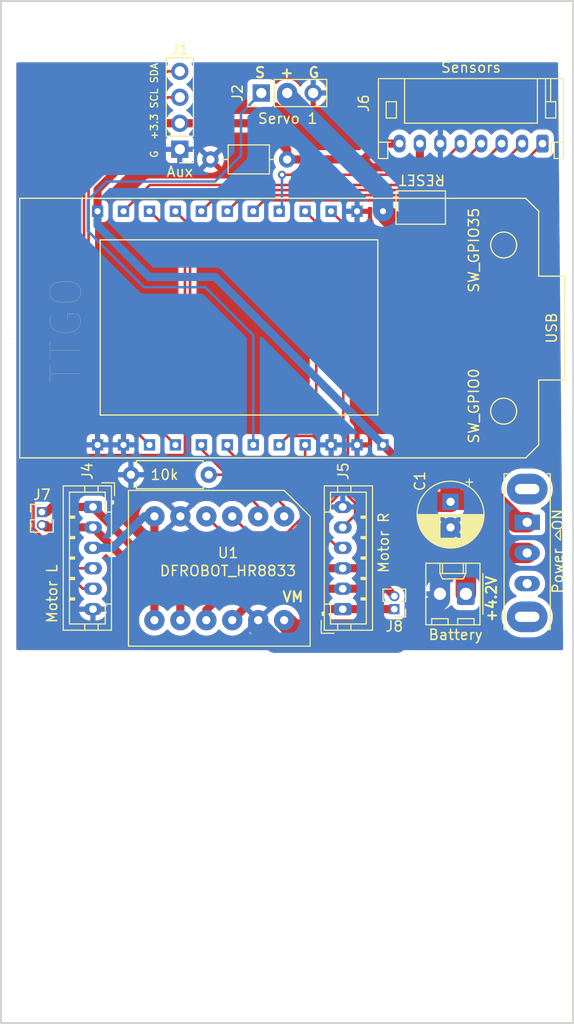
<source format=kicad_pcb>
(kicad_pcb (version 20211014) (generator pcbnew)
  (layers (0 "F.Cu" signal) (31 "B.Cu" signal) (34 "B.Paste" user) (35 "F.Paste" user) (36 "B.SilkS" user "B.Silkscreen") (37 "F.SilkS" user "F.Silkscreen") (38 "B.Mask" user) (39 "F.Mask" user) (44 "Edge.Cuts" user))
  (net 0 "")
  (net 1 "GPIO12")
  (net 2 "GPIO21")
  (net 3 "Net-(SW1-Pad2)")
  (net 4 "Net-(U1-Pad8)")
  (net 5 "GPIO17")
  (net 6 "GPIO36")
  (net 7 "Net-(U1-Pad7)")
  (net 8 "Net-(U1-Pad10)")
  (net 9 "Net-(U1-Pad9)")
  (net 10 "GND")
  (net 11 "GPIO22")
  (net 12 "GPIO2")
  (net 13 "GPIO15")
  (net 14 "GPIO13")
  (net 15 "+3V3")
  (net 16 "+BATT")
  (net 17 "GPIO27")
  (net 18 "GPIO26")
  (net 19 "GPIO25")
  (net 20 "GPIO33")
  (net 21 "GPIO32")
  (net 22 "GPIO39")
  (net 23 "GPIO38")
  (net 24 "GPIO37")
  (footprint "Connector_JST:JST_PH_B6B-PH-K_1x06_P2.00mm_Vertical" (layer "F.Cu") (at 120.45 115.5 90)
    (fp_text reference "J5" (at 13.5 0.05 90) (layer "F.SilkS"))
    (fp_text value "Motor R" (at 6.5 4 90) (layer "F.SilkS"))
    (pad "1" thru_hole roundrect (at 0 0 90) (size 1.2 1.75) (drill 0.75) (layers *.Cu *.Mask) (roundrect_rratio 0.2083333333) (net 8 "Net-(U1-Pad10)"))
    (pad "2" thru_hole oval (at 2 0 90) (size 1.2 1.75) (drill 0.75) (layers *.Cu *.Mask) (net 9 "Net-(U1-Pad9)"))
    (pad "3" thru_hole oval (at 4 0 90) (size 1.2 1.75) (drill 0.75) (layers *.Cu *.Mask) (net 15 "+3V3"))
    (pad "4" thru_hole oval (at 6 0 90) (size 1.2 1.75) (drill 0.75) (layers *.Cu *.Mask) (net 18 "GPIO26"))
    (pad "5" thru_hole oval (at 8 0 90) (size 1.2 1.75) (drill 0.75) (layers *.Cu *.Mask) (net 17 "GPIO27"))
    (pad "6" thru_hole oval (at 10 0 90) (size 1.2 1.75) (drill 0.75) (layers *.Cu *.Mask) (net 10 "GND"))
  )
  (footprint "MountingHole:MountingHole_2.2mm_M2" (layer "F.Cu") (at 90 130.5)
    (fp_text reference "REF**" hide)
    (fp_text value "MountingHole_2.2mm_M2" hide)
    (pad "" np_thru_hole circle locked (at 0 0) (size 2.2 2.2) (drill 2.2) (layers *.Cu *.Mask))
  )
  (footprint "Connector_PinHeader_1.27mm:PinHeader_1x02_P1.27mm_Vertical" (layer "F.Cu") (at 91 106)
    (fp_text reference "J7" (at 0 -1.695) (layer "F.SilkS"))
    (fp_text value "Motor L2" hide)
    (pad "1" thru_hole rect (at 0 0) (size 1 1) (drill 0.65) (layers *.Cu *.Mask) (net 4 "Net-(U1-Pad8)"))
    (pad "2" thru_hole oval (at 0 1.27) (size 1 1) (drill 0.65) (layers *.Cu *.Mask) (net 7 "Net-(U1-Pad7)"))
  )
  (footprint "MountingHole:MountingHole_3.2mm_M3" (layer "F.Cu") (at 115 138)
    (fp_text reference "REF**" hide)
    (fp_text value "MountingHole_3.2mm_M3" hide)
    (pad "" np_thru_hole circle locked (at 0 0) (size 3.2 3.2) (drill 3.2) (layers *.Cu *.Mask))
  )
  (footprint "Button_Switch_THT:SW_Slide_1P2T_CK_OS102011MS2Q" (layer "F.Cu") (at 138.5 106.25 -90)
    (fp_text reference "Power" (at 5.51 -2.99 90) (layer "F.SilkS"))
    (fp_text value "SW_SPST" hide)
    (fp_text user "ON" (at 0.5 -3 90 unlocked) (layer "F.SilkS"))
    (pad "" thru_hole oval (at 10 0 270) (size 3 4) (drill oval 1 2.4) (layers *.Cu *.Mask))
    (pad "" thru_hole oval (at -2.5 0 270) (size 3 4) (drill oval 1 2.4) (layers *.Cu *.Mask))
    (pad "1" thru_hole rect (at 0.75 0 270) (size 1.5 2.5) (drill 0.9) (layers *.Cu *.Mask) (net 16 "+BATT"))
    (pad "2" thru_hole oval (at 3.75 0 270) (size 1.5 2.5) (drill 0.9) (layers *.Cu *.Mask) (net 3 "Net-(SW1-Pad2)"))
    (pad "3" thru_hole oval (at 6.75 0 270) (size 1.5 2.5) (drill 0.9) (layers *.Cu *.Mask))
  )
  (footprint "Connector_PinHeader_2.54mm:PinHeader_1x03_P2.54mm_Vertical" (layer "F.Cu") (at 112.475 65 90)
    (fp_text reference "J2" (at 0 -2.33 90) (layer "F.SilkS"))
    (fp_text value "Servo 1" (at -2.5 2.58 180) (layer "F.SilkS"))
    (pad "1" thru_hole rect (at 0 0 90) (size 1.7 1.7) (drill 1) (layers *.Cu *.Mask) (net 13 "GPIO15"))
    (pad "2" thru_hole oval (at 0 2.54 90) (size 1.7 1.7) (drill 1) (layers *.Cu *.Mask) (net 16 "+BATT"))
    (pad "3" thru_hole oval (at 0 5.08 90) (size 1.7 1.7) (drill 1) (layers *.Cu *.Mask) (net 10 "GND"))
  )
  (footprint "ttgo-tdisplay-kicad:TTGO_ESP32_TDisplay_New" (layer "F.Cu") (at 110.42 88 90)
    (fp_text reference "U2" (at -0.5 -22.42 90) (layer "F.SilkS") (effects (font (size 0.64 0.64) (thickness 0.015))))
    (fp_text value "TTGO_ESP32_TDisplay")
    (fp_text user "RESET" (at 14.5 17.78 180 unlocked) (layer "F.SilkS"))
    (fp_text user "SW_GPIO35" (at 7.62 22.86 90 unlocked) (layer "F.SilkS"))
    (fp_text user "SW_GPIO0" (at -7.62 22.86 90 unlocked) (layer "F.SilkS"))
    (fp_text user "USB" (at 0 30.48 90 unlocked) (layer "F.SilkS"))
    (fp_text user "TTGO" (at -0.254 -17.018 90) (layer "F.SilkS") (effects (font (size 3 3) (thickness 0.015))))
    (pad "1" thru_hole rect (at -11.43 -13.97 90) (size 1.108 1.108) (drill 0.6) (layers *.Cu *.Mask) (net 10 "GND"))
    (pad "2" thru_hole rect (at -11.43 -11.43 90) (size 1.108 1.108) (drill 0.6) (layers *.Cu *.Mask) (net 10 "GND"))
    (pad "3" thru_hole rect (at -11.43 -8.89 90) (size 1.108 1.108) (drill 0.6) (layers *.Cu *.Mask) (net 2 "GPIO21"))
    (pad "4" thru_hole rect (at -11.43 -6.35 90) (size 1.108 1.108) (drill 0.6) (layers *.Cu *.Mask) (net 11 "GPIO22"))
    (pad "5" thru_hole rect (at -11.43 -3.81 90) (size 1.108 1.108) (drill 0.6) (layers *.Cu *.Mask) (net 5 "GPIO17"))
    (pad "6" thru_hole rect (at -11.43 -1.27 90) (size 1.108 1.108) (drill 0.6) (layers *.Cu *.Mask) (net 12 "GPIO2"))
    (pad "7" thru_hole rect (at -11.43 1.27 90) (size 1.108 1.108) (drill 0.6) (layers *.Cu *.Mask) (net 13 "GPIO15"))
    (pad "8" thru_hole rect (at -11.43 3.81 90) (size 1.108 1.108) (drill 0.6) (layers *.Cu *.Mask) (net 14 "GPIO13"))
    (pad "9" thru_hole rect (at -11.43 6.35 90) (size 1.108 1.108) (drill 0.6) (layers *.Cu *.Mask) (net 1 "GPIO12"))
    (pad "10" thru_hole rect (at -11.43 8.89 90) (size 1.108 1.108) (drill 0.6) (layers *.Cu *.Mask) (net 10 "GND"))
    (pad "11" thru_hole rect (at -11.43 11.43 90) (size 1.108 1.108) (drill 0.6) (layers *.Cu *.Mask) (net 10 "GND"))
    (pad "12" thru_hole rect (at -11.43 13.97 90) (size 1.108 1.108) (drill 0.6) (layers *.Cu *.Mask) (net 15 "+3V3"))
    (pad "13" thru_hole rect (at 11.43 13.97 90) (size 1.108 1.108) (drill 0.6) (layers *.Cu *.Mask) (net 16 "+BATT"))
    (pad "14" thru_hole rect (at 11.43 11.43 90) (size 1.108 1.108) (drill 0.6) (layers *.Cu *.Mask) (net 10 "GND"))
    (pad "15" thru_hole rect (at 11.43 8.89 90) (size 1.108 1.108) (drill 0.6) (layers *.Cu *.Mask) (net 17 "GPIO27"))
    (pad "16" thru_hole rect (at 11.43 6.35 90) (size 1.108 1.108) (drill 0.6) (layers *.Cu *.Mask) (net 18 "GPIO26"))
    (pad "17" thru_hole rect (at 11.43 3.81 90) (size 1.108 1.108) (drill 0.6) (layers *.Cu *.Mask) (net 19 "GPIO25"))
    (pad "18" thru_hole rect (at 11.43 1.27 90) (size 1.108 1.108) (drill 0.6) (layers *.Cu *.Mask) (net 20 "GPIO33"))
    (pad "19" thru_hole rect (at 11.43 -1.27 90) (size 1.108 1.108) (drill 0.6) (layers *.Cu *.Mask) (net 21 "GPIO32"))
    (pad "20" thru_hole rect (at 11.43 -3.81 90) (size 1.108 1.108) (drill 0.6) (layers *.Cu *.Mask) (net 22 "GPIO39"))
    (pad "21" thru_hole rect (at 11.43 -6.35 90) (size 1.108 1.108) (drill 0.6) (layers *.Cu *.Mask) (net 23 "GPIO38"))
    (pad "22" thru_hole rect (at 11.43 -8.89 90) (size 1.108 1.108) (drill 0.6) (layers *.Cu *.Mask) (net 24 "GPIO37"))
    (pad "23" thru_hole rect (at 11.43 -11.43 90) (size 1.108 1.108) (drill 0.6) (layers *.Cu *.Mask) (net 6 "GPIO36"))
    (pad "24" thru_hole rect (at 11.43 -13.97 90) (size 1.108 1.108) (drill 0.6) (layers *.Cu *.Mask) (net 15 "+3V3"))
  )
  (footprint "MountingHole:MountingHole_2.2mm_M2" (layer "F.Cu") (at 140 145.5)
    (fp_text reference "REF**" hide)
    (fp_text value "MountingHole_2.2mm_M2" hide)
    (pad "" np_thru_hole circle locked (at 0 0) (size 2.2 2.2) (drill 2.2) (layers *.Cu *.Mask))
  )
  (footprint "MountingHole:MountingHole_2.7mm_M2.5" (layer "F.Cu") (at 90 59)
    (fp_text reference "REF**" hide)
    (fp_text value "MountingHole_2.7mm_M2.5" hide)
    (pad "" np_thru_hole circle locked (at 0 0) (size 2.7 2.7) (drill 2.7) (layers *.Cu *.Mask))
  )
  (footprint "Capacitor_THT:C_Axial_L3.8mm_D2.6mm_P7.50mm_Horizontal" (layer "F.Cu") (at 107.5 71.5)
    (fp_text reference "C2" hide)
    (fp_text value "0.1uF")
    (pad "1" thru_hole circle (at 0 0) (size 1.6 1.6) (drill 0.8) (layers *.Cu *.Mask) (net 10 "GND"))
    (pad "2" thru_hole oval (at 7.5 0) (size 1.6 1.6) (drill 0.8) (layers *.Cu *.Mask) (net 15 "+3V3"))
  )
  (footprint "Capacitor_THT:CP_Radial_D6.3mm_P2.50mm" (layer "F.Cu") (at 131 105 -90)
    (fp_text reference "C1" (at -2.02 3 90) (layer "F.SilkS"))
    (fp_text value "330uF")
    (pad "1" thru_hole rect (at 0 0 270) (size 1.6 1.6) (drill 0.8) (layers *.Cu *.Mask) (net 16 "+BATT"))
    (pad "2" thru_hole circle (at 2.5 0 270) (size 1.6 1.6) (drill 0.8) (layers *.Cu *.Mask) (net 10 "GND"))
  )
  (footprint "Connector_Molex:Molex_KK-254_AE-6410-02A_1x02_P2.54mm_Vertical" (layer "F.Cu") (at 132.5 114 180)
    (fp_text reference "J3" hide)
    (fp_text value "Battery" (at 1 -4) (layer "F.SilkS"))
    (pad "1" thru_hole roundrect (at 0 0 180) (size 1.74 2.19) (drill 1.19) (layers *.Cu *.Mask) (roundrect_rratio 0.1436781609) (net 3 "Net-(SW1-Pad2)"))
    (pad "2" thru_hole oval (at 2.54 0 180) (size 1.74 2.19) (drill 1.19) (layers *.Cu *.Mask) (net 10 "GND"))
  )
  (footprint "Connector_JST:JST_PH_S8B-PH-K_1x08_P2.00mm_Horizontal" (layer "F.Cu") (at 140 69.95 180)
    (fp_text reference "J6" (at 17.5 3.95 90) (layer "F.SilkS"))
    (fp_text value "Sensors" (at 7 7.45) (layer "F.SilkS"))
    (pad "1" thru_hole roundrect (at 0 0 180) (size 1.2 1.75) (drill 0.75) (layers *.Cu *.Mask) (roundrect_rratio 0.2083333333) (net 20 "GPIO33"))
    (pad "2" thru_hole oval (at 2 0 180) (size 1.2 1.75) (drill 0.75) (layers *.Cu *.Mask) (net 21 "GPIO32"))
    (pad "3" thru_hole oval (at 4 0 180) (size 1.2 1.75) (drill 0.75) (layers *.Cu *.Mask) (net 22 "GPIO39"))
    (pad "4" thru_hole oval (at 6 0 180) (size 1.2 1.75) (drill 0.75) (layers *.Cu *.Mask) (net 6 "GPIO36"))
    (pad "5" thru_hole oval (at 8 0 180) (size 1.2 1.75) (drill 0.75) (layers *.Cu *.Mask) (net 19 "GPIO25"))
    (pad "6" thru_hole oval (at 10 0 180) (size 1.2 1.75) (drill 0.75) (layers *.Cu *.Mask) (net 10 "GND"))
    (pad "7" thru_hole oval (at 12 0 180) (size 1.2 1.75) (drill 0.75) (layers *.Cu *.Mask) (net 15 "+3V3"))
    (pad "8" thru_hole oval (at 14 0 180) (size 1.2 1.75) (drill 0.75) (layers *.Cu *.Mask) (net 15 "+3V3"))
  )
  (footprint "MountingHole:MountingHole_2.7mm_M2.5" (layer "F.Cu") (at 140 59)
    (fp_text reference "REF**" hide)
    (fp_text value "MountingHole_2.7mm_M2.5" hide)
    (pad "" np_thru_hole circle locked (at 0 0) (size 2.7 2.7) (drill 2.7) (layers *.Cu *.Mask))
  )
  (footprint "Connector_PinHeader_2.54mm:PinHeader_1x04_P2.54mm_Vertical" (layer "F.Cu") (at 104.5 70.5 180)
    (fp_text reference "J1" (at 0 9.8) (layer "F.SilkS"))
    (fp_text value "Aux" (at 0 -2.2) (layer "F.SilkS"))
    (pad "1" thru_hole rect (at 0 0 180) (size 1.7 1.7) (drill 1) (layers *.Cu *.Mask) (net 10 "GND"))
    (pad "2" thru_hole oval (at 0 2.54 180) (size 1.7 1.7) (drill 1) (layers *.Cu *.Mask) (net 15 "+3V3"))
    (pad "3" thru_hole oval (at 0 5.08 180) (size 1.7 1.7) (drill 1) (layers *.Cu *.Mask) (net 11 "GPIO22"))
    (pad "4" thru_hole oval (at 0 7.62 180) (size 1.7 1.7) (drill 1) (layers *.Cu *.Mask) (net 2 "GPIO21"))
  )
  (footprint "Resistor_THT:R_Axial_DIN0207_L6.3mm_D2.5mm_P7.62mm_Horizontal" (layer "F.Cu") (at 107.334617 102.34815 180)
    (fp_text reference "R1" hide)
    (fp_text value "10k" (at 4.334617 0) (layer "F.SilkS"))
    (pad "1" thru_hole circle (at 0 0 180) (size 1.6 1.6) (drill 0.8) (layers *.Cu *.Mask) (net 5 "GPIO17"))
    (pad "2" thru_hole oval (at 7.62 0 180) (size 1.6 1.6) (drill 0.8) (layers *.Cu *.Mask) (net 10 "GND"))
  )
  (footprint "MountingHole:MountingHole_2.7mm_M2.5" (layer "F.Cu") (at 120 59)
    (fp_text reference "REF**" hide)
    (fp_text value "MountingHole_2.7mm_M2.5" hide)
    (pad "" np_thru_hole circle locked (at 0 0) (size 2.7 2.7) (drill 2.7) (layers *.Cu *.Mask))
  )
  (footprint "MountingHole:MountingHole_2.2mm_M2" (layer "F.Cu") (at 90 145.5)
    (fp_text reference "REF**" hide)
    (fp_text value "MountingHole_2.2mm_M2" hide)
    (pad "" np_thru_hole circle locked (at 0 0) (size 2.2 2.2) (drill 2.2) (layers *.Cu *.Mask))
  )
  (footprint "MountingHole:MountingHole_2.7mm_M2.5" (layer "F.Cu") (at 110 59)
    (fp_text reference "REF**" hide)
    (fp_text value "MountingHole_2.7mm_M2.5" hide)
    (pad "" np_thru_hole circle locked (at 0 0) (size 2.7 2.7) (drill 2.7) (layers *.Cu *.Mask))
  )
  (footprint "Connector_PinHeader_1.27mm:PinHeader_1x02_P1.27mm_Vertical" (layer "F.Cu") (at 125.5 115.5 180)
    (fp_text reference "J8" (at 0 -1.695 180) (layer "F.SilkS"))
    (fp_text value "Motor R2" hide)
    (pad "1" thru_hole rect (at 0 0 180) (size 1 1) (drill 0.65) (layers *.Cu *.Mask) (net 8 "Net-(U1-Pad10)"))
    (pad "2" thru_hole oval (at 0 1.27 180) (size 1 1) (drill 0.65) (layers *.Cu *.Mask) (net 9 "Net-(U1-Pad9)"))
  )
  (footprint "ttgo-tdisplay-kicad:DFROBOT_HR8833" (layer "F.Cu") (at 96.935 111.5 -90)
    (fp_text reference "U1" (at -1.5 -12.285 unlocked) (layer "F.SilkS"))
    (fp_text value "DFROBOT_HR8833" (at 0.26 -12.285 unlocked) (layer "F.SilkS"))
    (pad "1" thru_hole circle (at -5.08 -17.78 270) (size 2 2) (drill 0.8) (layers *.Cu *.Mask) (net 12 "GPIO2"))
    (pad "2" thru_hole circle (at -5.08 -15.24 270) (size 2 2) (drill 0.8) (layers *.Cu *.Mask) (net 5 "GPIO17"))
    (pad "3" thru_hole circle (at -5.08 -12.7 270) (size 2 2) (drill 0.8) (layers *.Cu *.Mask) (net 1 "GPIO12"))
    (pad "4" thru_hole circle (at -5.08 -10.16 270) (size 2 2) (drill 0.8) (layers *.Cu *.Mask) (net 14 "GPIO13"))
    (pad "5" thru_hole circle (at -5.08 -7.62 270) (size 2 2) (drill 0.8) (layers *.Cu *.Mask) (net 10 "GND"))
    (pad "6" thru_hole circle (at -5.08 -5.08 270) (size 2 2) (drill 0.8) (layers *.Cu *.Mask) (net 15 "+3V3"))
    (pad "7" thru_hole circle (at 5.08 -5.08 270) (size 2 2) (drill 0.8) (layers *.Cu *.Mask) (net 7 "Net-(U1-Pad7)"))
    (pad "8" thru_hole circle (at 5.08 -7.62 270) (size 2 2) (drill 0.8) (layers *.Cu *.Mask) (net 4 "Net-(U1-Pad8)"))
    (pad "9" thru_hole circle (at 5.08 -10.16 270) (size 2 2) (drill 0.8) (layers *.Cu *.Mask) (net 9 "Net-(U1-Pad9)"))
    (pad "10" thru_hole circle (at 5.08 -12.7 270) (size 2 2) (drill 0.8) (layers *.Cu *.Mask) (net 8 "Net-(U1-Pad10)"))
    (pad "11" thru_hole circle (at 5.08 -15.24 270) (size 2 2) (drill 0.8) (layers *.Cu *.Mask) (net 10 "GND"))
    (pad "12" thru_hole circle (at 5.08 -17.78 270) (size 2 2) (drill 0.8) (layers *.Cu *.Mask) (net 16 "+BATT"))
  )
  (footprint "Connector_JST:JST_PH_B6B-PH-K_1x06_P2.00mm_Vertical" (layer "F.Cu") (at 96 105.5 -90)
    (fp_text reference "J4" (at -3.5 0.55 90) (layer "F.SilkS"))
    (fp_text value "Motor L" (at 8.5 4 90) (layer "F.SilkS"))
    (pad "1" thru_hole roundrect (at 0 0 270) (size 1.2 1.75) (drill 0.75) (layers *.Cu *.Mask) (roundrect_rratio 0.2083333333) (net 4 "Net-(U1-Pad8)"))
    (pad "2" thru_hole oval (at 2 0 270) (size 1.2 1.75) (drill 0.75) (layers *.Cu *.Mask) (net 7 "Net-(U1-Pad7)"))
    (pad "3" thru_hole oval (at 4 0 270) (size 1.2 1.75) (drill 0.75) (layers *.Cu *.Mask) (net 15 "+3V3"))
    (pad "4" thru_hole oval (at 6 0 270) (size 1.2 1.75) (drill 0.75) (layers *.Cu *.Mask) (net 23 "GPIO38"))
    (pad "5" thru_hole oval (at 8 0 270) (size 1.2 1.75) (drill 0.75) (layers *.Cu *.Mask) (net 24 "GPIO37"))
    (pad "6" thru_hole oval (at 10 0 270) (size 1.2 1.75) (drill 0.75) (layers *.Cu *.Mask) (net 10 "GND"))
  )
  (footprint "MountingHole:MountingHole_2.2mm_M2" (layer "F.Cu") (at 140 130.5)
    (fp_text reference "REF**" hide)
    (fp_text value "MountingHole_2.2mm_M2" hide)
    (pad "" np_thru_hole circle locked (at 0 0) (size 2.2 2.2) (drill 2.2) (layers *.Cu *.Mask))
  )
  (gr_rect locked (start 87 56) (end 143 156) (layer "Edge.Cuts") (width 0.2) (fill none))
  (gr_text "+4.2V" (at 135 114.5 90) (layer "F.SilkS") (effects (font (size 1 1) (thickness 0.2))))
  (gr_text "VM" (at 115.57 114.3) (layer "F.SilkS") (effects (font (size 1 1) (thickness 0.2))))
  (gr_text "G  +3.3 SCL SDA" (at 102 66.7 90) (layer "F.SilkS") (effects (font (size 0.7 0.7) (thickness 0.125))))
  (gr_text "S  +  G" (at 115 63) (layer "F.SilkS") (effects (font (size 1 1) (thickness 0.2))))
  (segment (start 111.215 108) (end 109.635 106.42) (width 0.25) (layer "F.Cu") (net 1))
  (segment (start 116.77 106.238143) (end 115.008143 108) (width 0.25) (layer "F.Cu") (net 1))
  (segment (start 115.008143 108) (end 111.215 108) (width 0.25) (layer "F.Cu") (net 1))
  (segment (start 116.77 99.43) (end 116.77 106.238143) (width 0.25) (layer "F.Cu") (net 1))
  (segment (start 103.3 62.88) (end 95.121969 71.058031) (width 0.25) (layer "F.Cu") (net 2))
  (segment (start 95.121969 71.058031) (end 95.121969 93.021969) (width 0.25) (layer "F.Cu") (net 2))
  (segment (start 104.5 62.88) (end 103.3 62.88) (width 0.25) (layer "F.Cu") (net 2))
  (segment (start 95.121969 93.021969) (end 101.53 99.43) (width 0.25) (layer "F.Cu") (net 2))
  (segment (start 133.25 110) (end 138.5 110) (width 2) (layer "F.Cu") (net 3))
  (segment (start 132.5 114) (end 132.5 110.75) (width 2) (layer "F.Cu") (net 3))
  (segment (start 132.5 110.75) (end 133.25 110) (width 2) (layer "F.Cu") (net 3))
  (segment (start 104.555 116.58) (end 104.555 114.083623) (width 0.8) (layer "F.Cu") (net 4))
  (segment (start 96 105.5) (end 92 105.5) (width 0.8) (layer "F.Cu") (net 4))
  (segment (start 92 105.5) (end 91.5 106) (width 0.8) (layer "F.Cu") (net 4))
  (segment (start 96 105.528623) (end 96 105.5) (width 0.8) (layer "F.Cu") (net 4))
  (segment (start 104.555 114.083623) (end 96 105.528623) (width 0.8) (layer "F.Cu") (net 4))
  (segment (start 106.61 99.855) (end 109.3775 102.6225) (width 0.25) (layer "F.Cu") (net 5))
  (segment (start 109.10315 102.34815) (end 109.3775 102.6225) (width 0.25) (layer "F.Cu") (net 5))
  (segment (start 112.175 105.42) (end 112.175 106.42) (width 0.25) (layer "F.Cu") (net 5))
  (segment (start 106.61 99.43) (end 106.61 99.855) (width 0.25) (layer "F.Cu") (net 5))
  (segment (start 107.334617 102.34815) (end 109.10315 102.34815) (width 0.25) (layer "F.Cu") (net 5))
  (segment (start 109.3775 102.6225) (end 112.175 105.42) (width 0.25) (layer "F.Cu") (net 5))
  (segment (start 134 69.95) (end 129.95 74) (width 0.25) (layer "F.Cu") (net 6))
  (segment (start 129.95 74) (end 101.56 74) (width 0.25) (layer "F.Cu") (net 6))
  (segment (start 101.56 74) (end 98.99 76.57) (width 0.25) (layer "F.Cu") (net 6))
  (segment (start 96 107.5) (end 91.400009 107.5) (width 0.8) (layer "F.Cu") (net 7))
  (segment (start 102.015 113.515) (end 96 107.5) (width 0.8) (layer "F.Cu") (net 7))
  (segment (start 102.015 116.58) (end 102.015 113.515) (width 0.8) (layer "F.Cu") (net 7))
  (segment (start 91.400009 107.5) (end 91.400009 107.27) (width 0.8) (layer "F.Cu") (net 7))
  (segment (start 109.635 116.58) (end 111.715 114.5) (width 0.8) (layer "F.Cu") (net 8))
  (segment (start 120.45 115.5) (end 125.5 115.5) (width 0.8) (layer "F.Cu") (net 8))
  (segment (start 116 114.5) (end 117 115.5) (width 0.8) (layer "F.Cu") (net 8))
  (segment (start 117 115.5) (end 120.45 115.5) (width 0.8) (layer "F.Cu") (net 8))
  (segment (start 111.715 114.5) (end 116 114.5) (width 0.8) (layer "F.Cu") (net 8))
  (segment (start 107.095 116.58) (end 107.095 115.58) (width 0.8) (layer "F.Cu") (net 9))
  (segment (start 107.095 115.58) (end 109.175 113.5) (width 0.8) (layer "F.Cu") (net 9))
  (segment (start 124.77 113.5) (end 125.5 114.23) (width 0.8) (layer "F.Cu") (net 9))
  (segment (start 109.175 113.5) (end 120.45 113.5) (width 0.8) (layer "F.Cu") (net 9))
  (segment (start 120.45 113.5) (end 124.77 113.5) (width 0.8) (layer "F.Cu") (net 9))
  (segment (start 129.96 108.54) (end 131 107.5) (width 2) (layer "B.Cu") (net 10))
  (segment (start 113.803932 118.779511) (end 112.175 117.150579) (width 2) (layer "B.Cu") (net 10))
  (segment (start 129.96 114) (end 129.96 108.54) (width 2) (layer "B.Cu") (net 10))
  (segment (start 129.96 114.54) (end 125.720489 118.779511) (width 2) (layer "B.Cu") (net 10))
  (segment (start 129.96 114) (end 129.96 114.54) (width 2) (layer "B.Cu") (net 10))
  (segment (start 112.175 117.150579) (end 112.175 116.994213) (width 2) (layer "B.Cu") (net 10))
  (segment (start 125.720489 118.779511) (end 113.803932 118.779511) (width 2) (layer "B.Cu") (net 10))
  (segment (start 104.5 65.42) (end 103.3 65.42) (width 0.25) (layer "F.Cu") (net 11))
  (segment (start 95.571489 90.931489) (end 104.07 99.43) (width 0.25) (layer "F.Cu") (net 11))
  (segment (start 103.3 65.42) (end 95.571489 73.148511) (width 0.25) (layer "F.Cu") (net 11))
  (segment (start 95.571489 73.148511) (end 95.571489 90.931489) (width 0.25) (layer "F.Cu") (net 11))
  (segment (start 109.15 99.855) (end 114.715 105.42) (width 0.25) (layer "F.Cu") (net 12))
  (segment (start 114.715 105.42) (end 114.715 106.42) (width 0.25) (layer "F.Cu") (net 12))
  (segment (start 109.15 99.43) (end 109.15 99.855) (width 0.25) (layer "F.Cu") (net 12))
  (segment (start 101 84) (end 107 84) (width 0.25) (layer "B.Cu") (net 13))
  (segment (start 111.409511 66.090489) (end 110.49 67.01) (width 0.25) (layer "B.Cu") (net 13))
  (segment (start 107 84) (end 111.69 88.69) (width 0.25) (layer "B.Cu") (net 13))
  (segment (start 110.49 67.01) (end 110.49 71.12) (width 0.25) (layer "B.Cu") (net 13))
  (segment (start 112.475 65) (end 111.409511 66.065489) (width 0.25) (layer "B.Cu") (net 13))
  (segment (start 110.49 71.12) (end 107.95 73.66) (width 0.25) (layer "B.Cu") (net 13))
  (segment (start 95.5 75.5) (end 95.5 78.5) (width 0.25) (layer "B.Cu") (net 13))
  (segment (start 111.409511 66.065489) (end 111.409511 66.090489) (width 0.25) (layer "B.Cu") (net 13))
  (segment (start 107.95 73.66) (end 97.34 73.66) (width 0.25) (layer "B.Cu") (net 13))
  (segment (start 111.69 88.69) (end 111.69 99.43) (width 0.25) (layer "B.Cu") (net 13))
  (segment (start 97.34 73.66) (end 95.5 75.5) (width 0.25) (layer "B.Cu") (net 13))
  (segment (start 95.5 78.5) (end 101 84) (width 0.25) (layer "B.Cu") (net 13))
  (segment (start 114.23 99.43) (end 115.108511 98.551489) (width 0.25) (layer "F.Cu") (net 14))
  (segment (start 115.108511 98.551489) (end 117.551489 98.551489) (width 0.25) (layer "F.Cu") (net 14))
  (segment (start 109.175 108.5) (end 107.095 106.42) (width 0.25) (layer "F.Cu") (net 14))
  (segment (start 118 99) (end 118 106) (width 0.25) (layer "F.Cu") (net 14))
  (segment (start 117.551489 98.551489) (end 118 99) (width 0.25) (layer "F.Cu") (net 14))
  (segment (start 115.5 108.5) (end 109.175 108.5) (width 0.25) (layer "F.Cu") (net 14))
  (segment (start 118 106) (end 115.5 108.5) (width 0.25) (layer "F.Cu") (net 14))
  (segment (start 128 69.95) (end 128 71.77548) (width 0.8) (layer "F.Cu") (net 15))
  (segment (start 128 71.77548) (end 127.5 72.27548) (width 0.8) (layer "F.Cu") (net 15))
  (segment (start 115 70.55) (end 112.41 67.96) (width 0.8) (layer "F.Cu") (net 15))
  (segment (start 125.47 108.03) (end 122 111.5) (width 0.8) (layer "F.Cu") (net 15))
  (segment (start 122 111.5) (end 120.45 111.5) (width 0.8) (layer "F.Cu") (net 15))
  (segment (start 96.45 74.450978) (end 102.940978 67.96) (width 0.8) (layer "F.Cu") (net 15))
  (segment (start 122.5 71.5) (end 124.05 69.95) (width 0.8) (layer "F.Cu") (net 15))
  (segment (start 105.5 111.5) (end 102.015 108.015) (width 0.8) (layer "F.Cu") (net 15))
  (segment (start 102.015 108.015) (end 102.015 106.42) (width 0.8) (layer "F.Cu") (net 15))
  (segment (start 112.41 67.96) (end 104.5 67.96) (width 0.8) (layer "F.Cu") (net 15))
  (segment (start 124.05 69.95) (end 126 69.95) (width 0.8) (layer "F.Cu") (net 15))
  (segment (start 115 71.5) (end 115 70.55) (width 0.8) (layer "F.Cu") (net 15))
  (segment (start 96.45 76.57) (end 96.45 74.450978) (width 0.8) (layer "F.Cu") (net 15))
  (segment (start 123.27548 72.27548) (end 122.5 71.5) (width 0.8) (layer "F.Cu") (net 15))
  (segment (start 102.940978 67.96) (end 104.5 67.96) (width 0.8) (layer "F.Cu") (net 15))
  (segment (start 124.39 99.43) (end 125.47 100.51) (width 0.8) (layer "F.Cu") (net 15))
  (segment (start 127.5 72.27548) (end 123.27548 72.27548) (width 0.8) (layer "F.Cu") (net 15))
  (segment (start 125.47 100.51) (end 125.47 108.03) (width 0.8) (layer "F.Cu") (net 15))
  (segment (start 120.45 111.5) (end 105.5 111.5) (width 0.8) (layer "F.Cu") (net 15))
  (segment (start 115 71.5) (end 122.5 71.5) (width 0.8) (layer "F.Cu") (net 15))
  (segment (start 101.015 106.42) (end 102.015 106.42) (width 0.8) (layer "B.Cu") (net 15))
  (segment (start 97.935 109.5) (end 101.015 106.42) (width 0.8) (layer "B.Cu") (net 15))
  (segment (start 96 109.5) (end 97.935 109.5) (width 0.8) (layer "B.Cu") (net 15))
  (segment (start 96.45 77.95) (end 96.45 76.57) (width 0.8) (layer "B.Cu") (net 15))
  (segment (start 107.96 83) (end 101.5 83) (width 0.8) (layer "B.Cu") (net 15))
  (segment (start 124.39 99.43) (end 107.96 83) (width 0.8) (layer "B.Cu") (net 15))
  (segment (start 101.5 83) (end 96.45 77.95) (width 0.8) (layer "B.Cu") (net 15))
  (segment (start 129 105) (end 131 105) (width 2) (layer "F.Cu") (net 16))
  (segment (start 127.5 106.5) (end 129 105) (width 2) (layer "F.Cu") (net 16))
  (segment (start 131 105) (end 131.19952 104.80048) (width 2) (layer "F.Cu") (net 16))
  (segment (start 137.432303 107) (end 138.5 107) (width 2) (layer "F.Cu") (net 16))
  (segment (start 131.19952 104.80048) (end 135.30048 104.80048) (width 2) (layer "F.Cu") (net 16))
  (segment (start 131 83.18) (end 124.82 77) (width 2) (layer "F.Cu") (net 16))
  (segment (start 126.899022 117.5) (end 127.5 116.899022) (width 2) (layer "F.Cu") (net 16))
  (segment (start 131 105) (end 131 83.18) (width 2) (layer "F.Cu") (net 16))
  (segment (start 135.30048 104.80048) (end 135.30048 104.868177) (width 2) (layer "F.Cu") (net 16))
  (segment (start 115.635 117.5) (end 126.899022 117.5) (width 2) (layer "F.Cu") (net 16))
  (segment (start 114.715 116.58) (end 115.635 117.5) (width 2) (layer "F.Cu") (net 16))
  (segment (start 135.30048 104.868177) (end 137.432303 107) (width 2) (layer "F.Cu") (net 16))
  (segment (start 127.5 116.899022) (end 127.5 106.5) (width 2) (layer "F.Cu") (net 16))
  (segment (start 115.015 65) (end 115.015 65.358447) (width 2) (layer "B.Cu") (net 16))
  (segment (start 115.015 65.358447) (end 124.39 74.733447) (width 2) (layer "B.Cu") (net 16))
  (segment (start 124.39 74.733447) (end 124.39 76.57) (width 2) (layer "B.Cu") (net 16))
  (segment (start 120.5 97.444282) (end 120.94952 97.893803) (width 0.25) (layer "F.Cu") (net 17))
  (segment (start 121.64952 105.117052) (end 121.64952 106.30048) (width 0.25) (layer "F.Cu") (net 17))
  (segment (start 120.5 77.76) (end 120.5 97.444282) (width 0.25) (layer "F.Cu") (net 17))
  (segment (start 119.31 76.57) (end 120.5 77.76) (width 0.25) (layer "F.Cu") (net 17))
  (segment (start 121.64952 106.30048) (end 120.45 107.5) (width 0.25) (layer "F.Cu") (net 17))
  (segment (start 120.94952 104.417052) (end 121.64952 105.117052) (width 0.25) (layer "F.Cu") (net 17))
  (segment (start 120.94952 97.893803) (end 120.94952 104.417052) (width 0.25) (layer "F.Cu") (net 17))
  (segment (start 117.85 95.43) (end 120.5 98.08) (width 0.25) (layer "F.Cu") (net 18))
  (segment (start 120.5 103.867532) (end 119 105.367532) (width 0.25) (layer "F.Cu") (net 18))
  (segment (start 119 108.5) (end 120 109.5) (width 0.25) (layer "F.Cu") (net 18))
  (segment (start 120 109.5) (end 120.45 109.5) (width 0.25) (layer "F.Cu") (net 18))
  (segment (start 116.77 76.57) (end 117.85 77.65) (width 0.25) (layer "F.Cu") (net 18))
  (segment (start 119 105.367532) (end 119 108.5) (width 0.25) (layer "F.Cu") (net 18))
  (segment (start 117.85 77.65) (end 117.85 95.43) (width 0.25) (layer "F.Cu") (net 18))
  (segment (start 120.5 98.08) (end 120.5 103.867532) (width 0.25) (layer "F.Cu") (net 18))
  (segment (start 130.5 71.45) (end 132 69.95) (width 0.25) (layer "F.Cu") (net 19))
  (segment (start 129 73) (end 130.5 71.5) (width 0.25) (layer "F.Cu") (net 19))
  (segment (start 130.5 71.5) (end 130.5 71.45) (width 0.25) (layer "F.Cu") (net 19))
  (segment (start 114.5 73) (end 129 73) (width 0.25) (layer "F.Cu") (net 19))
  (via (at 114.5 73) (size 0.8) (drill 0.4) (layers "F.Cu" "B.Cu") (net 19))
  (segment (start 114.5 76.3) (end 114.23 76.57) (width 0.25) (layer "B.Cu") (net 19))
  (segment (start 114.5 73) (end 114.5 76.3) (width 0.25) (layer "B.Cu") (net 19))
  (segment (start 134.45 75.5) (end 112.76 75.5) (width 0.25) (layer "F.Cu") (net 20))
  (segment (start 140 69.95) (end 134.45 75.5) (width 0.25) (layer "F.Cu") (net 20))
  (segment (start 112.76 75.5) (end 111.69 76.57) (width 0.25) (layer "F.Cu") (net 20))
  (segment (start 138 69.95) (end 132.95 75) (width 0.25) (layer "F.Cu") (net 21))
  (segment (start 110.72 75) (end 109.15 76.57) (width 0.25) (layer "F.Cu") (net 21))
  (segment (start 132.95 75) (end 110.72 75) (width 0.25) (layer "F.Cu") (net 21))
  (segment (start 108.68 74.5) (end 106.61 76.57) (width 0.25) (layer "F.Cu") (net 22))
  (segment (start 131.45 74.5) (end 108.68 74.5) (width 0.25) (layer "F.Cu") (net 22))
  (segment (start 136 69.95) (end 131.45 74.5) (width 0.25) (layer "F.Cu") (net 22))
  (segment (start 90.175489 104.824511) (end 90.175489 107.611525) (width 0.25) (layer "F.Cu") (net 23))
  (segment (start 104.07 76.57) (end 105.5 78) (width 0.25) (layer "F.Cu") (net 23))
  (segment (start 90.175489 107.611525) (end 94.063964 111.5) (width 0.25) (layer "F.Cu") (net 23))
  (segment (start 105.5 78) (end 105.5 100.875489) (width 0.25) (layer "F.Cu") (net 23))
  (segment (start 94.124511 100.875489) (end 90.175489 104.824511) (width 0.25) (layer "F.Cu") (net 23))
  (segment (start 94.063964 111.5) (end 96 111.5) (width 0.25) (layer "F.Cu") (net 23))
  (segment (start 105.5 100.875489) (end 94.124511 100.875489) (width 0.25) (layer "F.Cu") (net 23))
  (segment (start 93.574031 100.425969) (end 89.725969 104.274031) (width 0.25) (layer "F.Cu") (net 24))
  (segment (start 89.725969 104.274031) (end 89.725969 108.225969) (width 0.25) (layer "F.Cu") (net 24))
  (segment (start 105 100.257022) (end 104.831053 100.425969) (width 0.25) (layer "F.Cu") (net 24))
  (segment (start 105 80) (end 105 99.962991) (width 0.25) (layer "F.Cu") (net 24))
  (segment (start 104.831053 100.425969) (end 93.574031 100.425969) (width 0.25) (layer "F.Cu") (net 24))
  (segment (start 105 99.5) (end 105 100.257022) (width 0.25) (layer "F.Cu") (net 24))
  (segment (start 101.57 76.57) (end 105 80) (width 0.25) (layer "F.Cu") (net 24))
  (segment (start 89.725969 108.225969) (end 95 113.5) (width 0.25) (layer "F.Cu") (net 24))
  (segment (start 101.53 76.57) (end 101.57 76.57) (width 0.25) (layer "F.Cu") (net 24))
  (segment (start 95 113.5) (end 96 113.5) (width 0.25) (layer "F.Cu") (net 24))
  (zone (net 10) (net_name "GND") (layers F&B.Cu) (connect_pads (clearance 0.508)) (min_thickness 0.254) (fill yes (thermal_gap 0.508) (thermal_bridge_width 0.508))
    (polygon (pts (xy 142.01762 119.508617) (xy 88.5 119.5) (xy 88.5 62) (xy 141.51762 62)))
  )
)
</source>
